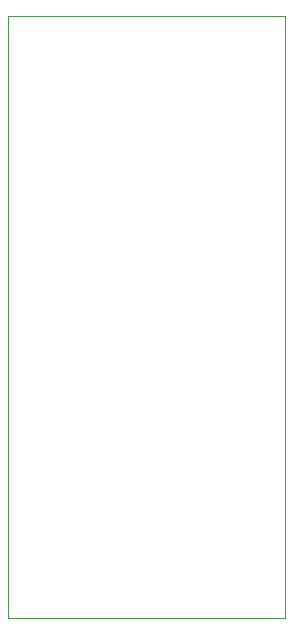
<source format=gbr>
%TF.GenerationSoftware,KiCad,Pcbnew,5.1.7-a382d34a8~88~ubuntu18.04.1*%
%TF.CreationDate,2020-12-29T15:59:59+01:00*%
%TF.ProjectId,wearable_biosonification,77656172-6162-46c6-955f-62696f736f6e,rev?*%
%TF.SameCoordinates,Original*%
%TF.FileFunction,Profile,NP*%
%FSLAX46Y46*%
G04 Gerber Fmt 4.6, Leading zero omitted, Abs format (unit mm)*
G04 Created by KiCad (PCBNEW 5.1.7-a382d34a8~88~ubuntu18.04.1) date 2020-12-29 15:59:59*
%MOMM*%
%LPD*%
G01*
G04 APERTURE LIST*
%TA.AperFunction,Profile*%
%ADD10C,0.100000*%
%TD*%
G04 APERTURE END LIST*
D10*
X91500000Y-52500000D02*
X91500000Y-103500000D01*
X68000000Y-52500000D02*
X91500000Y-52500000D01*
X68000000Y-103500000D02*
X68000000Y-52500000D01*
X91500000Y-103500000D02*
X68000000Y-103500000D01*
M02*

</source>
